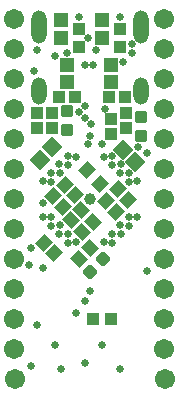
<source format=gbs>
G04*
G04 #@! TF.GenerationSoftware,Altium Limited,CircuitMaker,2.2.1 (2.2.1.6)*
G04*
G04 Layer_Color=8150272*
%FSLAX25Y25*%
%MOIN*%
G70*
G04*
G04 #@! TF.SameCoordinates,FB4DA932-24D3-4F87-B050-2CA4388B978A*
G04*
G04*
G04 #@! TF.FilePolarity,Negative*
G04*
G01*
G75*
%ADD42R,0.04343X0.03950*%
G04:AMPARAMS|DCode=48|XSize=39.5mil|YSize=39.5mil|CornerRadius=7.15mil|HoleSize=0mil|Usage=FLASHONLY|Rotation=315.000|XOffset=0mil|YOffset=0mil|HoleType=Round|Shape=RoundedRectangle|*
%AMROUNDEDRECTD48*
21,1,0.03950,0.02520,0,0,315.0*
21,1,0.02520,0.03950,0,0,315.0*
1,1,0.01430,0.00000,-0.01782*
1,1,0.01430,-0.01782,0.00000*
1,1,0.01430,0.00000,0.01782*
1,1,0.01430,0.01782,0.00000*
%
%ADD48ROUNDEDRECTD48*%
G04:AMPARAMS|DCode=49|XSize=90.68mil|YSize=51.31mil|CornerRadius=25.65mil|HoleSize=0mil|Usage=FLASHONLY|Rotation=270.000|XOffset=0mil|YOffset=0mil|HoleType=Round|Shape=RoundedRectangle|*
%AMROUNDEDRECTD49*
21,1,0.09068,0.00000,0,0,270.0*
21,1,0.03937,0.05131,0,0,270.0*
1,1,0.05131,0.00000,-0.01968*
1,1,0.05131,0.00000,0.01968*
1,1,0.05131,0.00000,0.01968*
1,1,0.05131,0.00000,-0.01968*
%
%ADD49ROUNDEDRECTD49*%
G04:AMPARAMS|DCode=50|XSize=110.36mil|YSize=51.31mil|CornerRadius=25.65mil|HoleSize=0mil|Usage=FLASHONLY|Rotation=270.000|XOffset=0mil|YOffset=0mil|HoleType=Round|Shape=RoundedRectangle|*
%AMROUNDEDRECTD50*
21,1,0.11036,0.00000,0,0,270.0*
21,1,0.05905,0.05131,0,0,270.0*
1,1,0.05131,0.00000,-0.02953*
1,1,0.05131,0.00000,0.02953*
1,1,0.05131,0.00000,0.02953*
1,1,0.05131,0.00000,-0.02953*
%
%ADD50ROUNDEDRECTD50*%
%ADD51C,0.06706*%
%ADD52C,0.02572*%
%ADD53C,0.03950*%
G04:AMPARAMS|DCode=78|XSize=41.4mil|YSize=43.37mil|CornerRadius=0mil|HoleSize=0mil|Usage=FLASHONLY|Rotation=135.000|XOffset=0mil|YOffset=0mil|HoleType=Round|Shape=Rectangle|*
%AMROTATEDRECTD78*
4,1,4,0.02997,0.00070,-0.00070,-0.02997,-0.02997,-0.00070,0.00070,0.02997,0.02997,0.00070,0.0*
%
%ADD78ROTATEDRECTD78*%

%ADD79R,0.04343X0.04343*%
%ADD80R,0.04343X0.04147*%
G04:AMPARAMS|DCode=81|XSize=39.5mil|YSize=39.5mil|CornerRadius=7.15mil|HoleSize=0mil|Usage=FLASHONLY|Rotation=0.000|XOffset=0mil|YOffset=0mil|HoleType=Round|Shape=RoundedRectangle|*
%AMROUNDEDRECTD81*
21,1,0.03950,0.02520,0,0,0.0*
21,1,0.02520,0.03950,0,0,0.0*
1,1,0.01430,0.01260,-0.01260*
1,1,0.01430,-0.01260,-0.01260*
1,1,0.01430,-0.01260,0.01260*
1,1,0.01430,0.01260,0.01260*
%
%ADD81ROUNDEDRECTD81*%
G04:AMPARAMS|DCode=82|XSize=43.43mil|YSize=41.47mil|CornerRadius=0mil|HoleSize=0mil|Usage=FLASHONLY|Rotation=315.000|XOffset=0mil|YOffset=0mil|HoleType=Round|Shape=Rectangle|*
%AMROTATEDRECTD82*
4,1,4,-0.03002,0.00070,-0.00070,0.03002,0.03002,-0.00070,0.00070,-0.03002,-0.03002,0.00070,0.0*
%
%ADD82ROTATEDRECTD82*%

G04:AMPARAMS|DCode=83|XSize=43.43mil|YSize=39.5mil|CornerRadius=0mil|HoleSize=0mil|Usage=FLASHONLY|Rotation=225.000|XOffset=0mil|YOffset=0mil|HoleType=Round|Shape=Rectangle|*
%AMROTATEDRECTD83*
4,1,4,0.00139,0.02932,0.02932,0.00139,-0.00139,-0.02932,-0.02932,-0.00139,0.00139,0.02932,0.0*
%
%ADD83ROTATEDRECTD83*%

G04:AMPARAMS|DCode=84|XSize=43.43mil|YSize=39.5mil|CornerRadius=0mil|HoleSize=0mil|Usage=FLASHONLY|Rotation=315.000|XOffset=0mil|YOffset=0mil|HoleType=Round|Shape=Rectangle|*
%AMROTATEDRECTD84*
4,1,4,-0.02932,0.00139,-0.00139,0.02932,0.02932,-0.00139,0.00139,-0.02932,-0.02932,0.00139,0.0*
%
%ADD84ROTATEDRECTD84*%

G04:AMPARAMS|DCode=85|XSize=47.37mil|YSize=49.34mil|CornerRadius=0mil|HoleSize=0mil|Usage=FLASHONLY|Rotation=135.000|XOffset=0mil|YOffset=0mil|HoleType=Round|Shape=Rectangle|*
%AMROTATEDRECTD85*
4,1,4,0.03419,0.00070,-0.00070,-0.03419,-0.03419,-0.00070,0.00070,0.03419,0.03419,0.00070,0.0*
%
%ADD85ROTATEDRECTD85*%

G04:AMPARAMS|DCode=86|XSize=47.37mil|YSize=49.34mil|CornerRadius=0mil|HoleSize=0mil|Usage=FLASHONLY|Rotation=45.000|XOffset=0mil|YOffset=0mil|HoleType=Round|Shape=Rectangle|*
%AMROTATEDRECTD86*
4,1,4,0.00070,-0.03419,-0.03419,0.00070,-0.00070,0.03419,0.03419,-0.00070,0.00070,-0.03419,0.0*
%
%ADD86ROTATEDRECTD86*%

%ADD87R,0.04147X0.04343*%
%ADD88R,0.04737X0.04934*%
G04:AMPARAMS|DCode=89|XSize=43mil|YSize=43mil|CornerRadius=8.38mil|HoleSize=0mil|Usage=FLASHONLY|Rotation=270.000|XOffset=0mil|YOffset=0mil|HoleType=Round|Shape=RoundedRectangle|*
%AMROUNDEDRECTD89*
21,1,0.04300,0.02625,0,0,270.0*
21,1,0.02625,0.04300,0,0,270.0*
1,1,0.01675,-0.01312,-0.01312*
1,1,0.01675,-0.01312,0.01312*
1,1,0.01675,0.01312,0.01312*
1,1,0.01675,0.01312,-0.01312*
%
%ADD89ROUNDEDRECTD89*%
D42*
X112795Y189075D02*
D03*
Y193996D02*
D03*
X137402Y192028D02*
D03*
Y187106D02*
D03*
D48*
X130253Y141080D02*
D03*
X134707Y145534D02*
D03*
D49*
X147323Y201614D02*
D03*
X113307D02*
D03*
D50*
Y222716D02*
D03*
X147323D02*
D03*
D51*
X105118Y115315D02*
D03*
X105315Y105315D02*
D03*
X155315D02*
D03*
X155118Y115315D02*
D03*
Y125315D02*
D03*
Y135315D02*
D03*
Y145315D02*
D03*
Y155315D02*
D03*
Y165315D02*
D03*
Y175315D02*
D03*
Y185315D02*
D03*
Y195315D02*
D03*
Y205315D02*
D03*
Y215315D02*
D03*
Y225315D02*
D03*
X105118D02*
D03*
Y215315D02*
D03*
Y205315D02*
D03*
Y195315D02*
D03*
Y185315D02*
D03*
Y175315D02*
D03*
Y165315D02*
D03*
Y155315D02*
D03*
Y145315D02*
D03*
Y135315D02*
D03*
Y125315D02*
D03*
D52*
X120669Y108858D02*
D03*
X118701Y116732D02*
D03*
X112795Y123622D02*
D03*
X128543Y110827D02*
D03*
X111811Y208268D02*
D03*
X149213Y180709D02*
D03*
X128543Y131496D02*
D03*
X143328Y174192D02*
D03*
X146260Y182677D02*
D03*
X134449Y116732D02*
D03*
X110827Y109843D02*
D03*
X109843Y143307D02*
D03*
X114764Y163976D02*
D03*
X131496Y210236D02*
D03*
X128543Y196457D02*
D03*
Y192520D02*
D03*
X130315Y186614D02*
D03*
X129527Y183661D02*
D03*
X141339Y211221D02*
D03*
X144291Y214173D02*
D03*
X143194Y171274D02*
D03*
X134449Y183661D02*
D03*
X144291Y217126D02*
D03*
X114764Y142323D02*
D03*
X110827Y149213D02*
D03*
X125591Y127559D02*
D03*
X118701Y213189D02*
D03*
X112795Y215158D02*
D03*
X149213Y141339D02*
D03*
X140354Y108858D02*
D03*
X130253Y134707D02*
D03*
X126575Y194488D02*
D03*
X130512Y190551D02*
D03*
X135433Y195472D02*
D03*
X137760Y179759D02*
D03*
X134843Y179625D02*
D03*
X122638Y214173D02*
D03*
X129528Y219142D02*
D03*
X140354Y225984D02*
D03*
X126575D02*
D03*
X132480Y215158D02*
D03*
X117302Y156517D02*
D03*
X120220Y156651D02*
D03*
X122870Y150949D02*
D03*
X137760D02*
D03*
X140410Y156651D02*
D03*
X143194Y159435D02*
D03*
X137626Y153867D02*
D03*
X140544Y153733D02*
D03*
X117436Y159435D02*
D03*
X123003Y153867D02*
D03*
X125787Y151083D02*
D03*
X120086Y153733D02*
D03*
X114518Y159301D02*
D03*
X134843Y151083D02*
D03*
X143328Y156517D02*
D03*
X146112Y159301D02*
D03*
X137626Y176842D02*
D03*
X140410Y174058D02*
D03*
X140544Y176976D02*
D03*
X146112Y171408D02*
D03*
X120220Y174058D02*
D03*
X123003Y176842D02*
D03*
X128543Y210236D02*
D03*
X114518Y171408D02*
D03*
X117302Y174192D02*
D03*
X120086Y176976D02*
D03*
X117436Y171274D02*
D03*
X122870Y179759D02*
D03*
X125787Y179625D02*
D03*
D53*
X130315Y165354D02*
D03*
D78*
X133723Y170607D02*
D03*
X129269Y175062D02*
D03*
D79*
X137402Y125591D02*
D03*
X131496D02*
D03*
D80*
X142323Y188976D02*
D03*
Y194095D02*
D03*
X117717Y188976D02*
D03*
Y194095D02*
D03*
D81*
X147244Y192717D02*
D03*
Y186417D02*
D03*
X122638Y188386D02*
D03*
Y194685D02*
D03*
D82*
X130353Y149054D02*
D03*
X126734Y145435D02*
D03*
X127718Y154293D02*
D03*
X131337Y157912D02*
D03*
D83*
X118472Y147473D02*
D03*
X114992Y150952D02*
D03*
X117945Y166307D02*
D03*
X121425Y162827D02*
D03*
X121882Y170244D02*
D03*
X125362Y166764D02*
D03*
X139141Y161252D02*
D03*
X135662Y164732D02*
D03*
X143078Y165189D02*
D03*
X139599Y168669D02*
D03*
D84*
X127331Y161779D02*
D03*
X123851Y158299D02*
D03*
D85*
X117836Y182797D02*
D03*
X113660Y178621D02*
D03*
D86*
X145395Y177637D02*
D03*
X141219Y181812D02*
D03*
D87*
X136811Y199409D02*
D03*
X141929D02*
D03*
X125197D02*
D03*
X120079D02*
D03*
D88*
X120669Y219094D02*
D03*
Y225000D02*
D03*
X134449Y219094D02*
D03*
Y225000D02*
D03*
X137402Y210236D02*
D03*
Y204331D02*
D03*
X122638Y210236D02*
D03*
Y204331D02*
D03*
D89*
X126575Y222094D02*
D03*
Y216094D02*
D03*
X140354D02*
D03*
Y222094D02*
D03*
M02*

</source>
